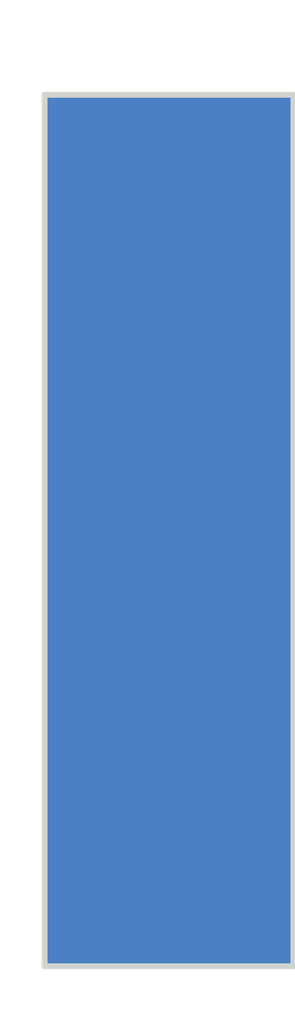
<source format=kicad_pcb>
(kicad_pcb (version 20221018) (generator pcbnew)
  (layers (0 "F.Cu" signal) (31 "B.Cu" signal) (34 "B.Paste" user) (35 "F.Paste" user) (36 "B.SilkS" user "B.Silkscreen") (37 "F.SilkS" user "F.Silkscreen") (38 "B.Mask" user) (39 "F.Mask" user) (44 "Edge.Cuts" user))
  (net 0 "")
  (footprint "footprints:Simulation_Port" (layer "F.Cu") (at 144.1 84.25 180)
    (fp_text reference "SP2")
    (fp_text value "Simulation_Port" hide)
  )
  (footprint "footprints:Simulation_Port" (layer "F.Cu") (at 142.525 97.85)
    (fp_text reference "SP1")
    (fp_text value "Simulation_Port" hide)
  )
  (gr_rect (start 141.7 84) (end 145.9 98.7) (stroke (width 0.1)) (fill none) (layer "Edge.Cuts"))
  (segment (start 143.67 94.62) (end 143.69 94.6) (width 0.2) (layer "F.Cu") (net 0))
  (segment (start 144.22 86.09) (end 144.77 86.09) (width 0.2) (layer "F.Cu") (net 0))
  (segment (start 143.44 94.06) (end 143.2 94.3) (width 0.2) (layer "F.Cu") (net 0))
  (segment (start 144.25 93.4) (end 143.95 93.4) (width 0.2) (layer "F.Cu") (net 0))
  (segment (start 143.82 93.53) (end 143.82 93.73) (width 0.2) (layer "F.Cu") (net 0))
  (segment (start 143.97 90.44) (end 143.97 90.54) (width 0.2) (layer "F.Cu") (net 0))
  (segment (start 143.82 93.73) (end 144.1 94.01) (width 0.2) (layer "F.Cu") (net 0))
  (segment (start 144.07 84.74) (end 144.47 85.14) (width 0.2) (layer "F.Cu") (net 0))
  (segment (start 144.47 88.64) (end 144.47 88.74) (width 0.2) (layer "F.Cu") (net 0))
  (segment (start 144.47 93.18) (end 144.25 93.4) (width 0.2) (layer "F.Cu") (net 0))
  (segment (start 143.95 93.4) (end 143.82 93.53) (width 0.2) (layer "F.Cu") (net 0))
  (segment (start 142.51 96.24) (end 142.51 97.7) (width 0.2) (layer "F.Cu") (net 0))
  (segment (start 144.1 94.92) (end 143.88 95.14) (width 0.2) (layer "F.Cu") (net 0))
  (segment (start 144.47 89.84) (end 144.47 89.94) (width 0.2) (layer "F.Cu") (net 0))
  (segment (start 144.47 91.04) (end 144.47 91.14) (width 0.2) (layer "F.Cu") (net 0))
  (segment (start 144.77 86.69) (end 144.22 86.69) (width 0.2) (layer "F.Cu") (net 0))
  (segment (start 142.94 95.81) (end 142.51 96.24) (width 0.2) (layer "F.Cu") (net 0))
  (segment (start 143.97 89.24) (end 143.97 89.34) (width 0.2) (layer "F.Cu") (net 0))
  (segment (start 143.67 95.05) (end 143.67 94.62) (width 0.2) (layer "F.Cu") (net 0))
  (segment (start 144.57 91.915) (end 144.57 92.415) (width 0.2) (layer "F.Cu") (net 0))
  (segment (start 143.2 95.68) (end 143.07 95.81) (width 0.2) (layer "F.Cu") (net 0))
  (segment (start 143.97 86.94) (end 143.97 87.04) (width 0.2) (layer "F.Cu") (net 0))
  (segment (start 143.76 95.14) (end 143.67 95.05) (width 0.2) (layer "F.Cu") (net 0))
  (segment (start 143.69 94.6) (end 143.69 94.2) (width 0.2) (layer "F.Cu") (net 0))
  (segment (start 144.47 92.515) (end 144.47 93.18) (width 0.2) (layer "F.Cu") (net 0))
  (segment (start 144.22 91.39) (end 144.22 91.74) (width 0.2) (layer "F.Cu") (net 0))
  (segment (start 143.69 94.2) (end 143.55 94.06) (width 0.2) (layer "F.Cu") (net 0))
  (segment (start 144.47 85.14) (end 144.47 85.24) (width 0.2) (layer "F.Cu") (net 0))
  (segment (start 144.1 94.01) (end 144.1 94.92) (width 0.2) (layer "F.Cu") (net 0))
  (segment (start 143.55 94.06) (end 143.44 94.06) (width 0.2) (layer "F.Cu") (net 0))
  (segment (start 144.345 91.865) (end 144.52 91.865) (width 0.2) (layer "F.Cu") (net 0))
  (segment (start 143.97 85.74) (end 143.97 85.84) (width 0.2) (layer "F.Cu") (net 0))
  (segment (start 143.07 95.81) (end 142.94 95.81) (width 0.2) (layer "F.Cu") (net 0))
  (segment (start 143.2 94.3) (end 143.2 95.68) (width 0.2) (layer "F.Cu") (net 0))
  (segment (start 143.88 95.14) (end 143.76 95.14) (width 0.2) (layer "F.Cu") (net 0))
  (segment (start 143.97 88.04) (end 143.97 88.14) (width 0.2) (layer "F.Cu") (net 0))
  (arc (start 144.77 86.09) (mid 144.982132 86.177868) (end 145.07 86.39) (width 0.2) (layer "F.Cu") (net 0))
  (arc (start 144.22 89.59) (mid 144.396777 89.663223) (end 144.47 89.84) (width 0.2) (layer "F.Cu") (net 0))
  (arc (start 143.97 87.04) (mid 144.043223 87.216777) (end 144.22 87.29) (width 0.2) (layer "F.Cu") (net 0))
  (arc (start 144.22 90.19) (mid 144.043223 90.263223) (end 143.97 90.44) (width 0.2) (layer "F.Cu") (net 0))
  (arc (start 144.57 92.415) (mid 144.555355 92.450355) (end 144.52 92.465) (width 0.2) (layer "F.Cu") (net 0))
  (arc (start 144.22 86.69) (mid 144.043223 86.763223) (end 143.97 86.94) (width 0.2) (layer "F.Cu") (net 0))
  (arc (start 144.22 90.79) (mid 144.396777 90.863223) (end 144.47 91.04) (width 0.2) (layer "F.Cu") (net 0))
  (arc (start 144.47 89.94) (mid 144.396777 90.116777) (end 144.22 90.19) (width 0.2) (layer "F.Cu") (net 0))
  (arc (start 143.97 88.14) (mid 144.043223 88.316777) (end 144.22 88.39) (width 0.2) (layer "F.Cu") (net 0))
  (arc (start 144.345 91.265) (mid 144.256612 91.301612) (end 144.22 91.39) (width 0.2) (layer "F.Cu") (net 0))
  (arc (start 144.22 88.99) (mid 144.043223 89.063223) (end 143.97 89.24) (width 0.2) (layer "F.Cu") (net 0))
  (arc (start 144.22 87.79) (mid 144.043223 87.863223) (end 143.97 88.04) (width 0.2) (layer "F.Cu") (net 0))
  (arc (start 144.22 85.49) (mid 144.043223 85.563223) (end 143.97 85.74) (width 0.2) (layer "F.Cu") (net 0))
  (arc (start 144.47 88.74) (mid 144.396777 88.916777) (end 144.22 88.99) (width 0.2) (layer "F.Cu") (net 0))
  (arc (start 144.47 87.54) (mid 144.396777 87.716777) (end 144.22 87.79) (width 0.2) (layer "F.Cu") (net 0))
  (arc (start 144.22 87.29) (mid 144.396777 87.363223) (end 144.47 87.54) (width 0.2) (layer "F.Cu") (net 0))
  (arc (start 144.47 91.14) (mid 144.433388 91.228388) (end 144.345 91.265) (width 0.2) (layer "F.Cu") (net 0))
  (arc (start 143.97 85.84) (mid 144.043223 86.016777) (end 144.22 86.09) (width 0.2) (layer "F.Cu") (net 0))
  (arc (start 145.07 86.39) (mid 144.982132 86.602132) (end 144.77 86.69) (width 0.2) (layer "F.Cu") (net 0))
  (arc (start 143.97 90.54) (mid 144.043223 90.716777) (end 144.22 90.79) (width 0.2) (layer "F.Cu") (net 0))
  (arc (start 144.52 91.865) (mid 144.555355 91.879645) (end 144.57 91.915) (width 0.2) (layer "F.Cu") (net 0))
  (arc (start 143.97 89.34) (mid 144.043223 89.516777) (end 144.22 89.59) (width 0.2) (layer "F.Cu") (net 0))
  (arc (start 144.22 91.74) (mid 144.256612 91.828388) (end 144.345 91.865) (width 0.2) (layer "F.Cu") (net 0))
  (arc (start 144.52 92.465) (mid 144.484645 92.479645) (end 144.47 92.515) (width 0.2) (layer "F.Cu") (net 0))
  (arc (start 144.47 85.24) (mid 144.396777 85.416777) (end 144.22 85.49) (width 0.2) (layer "F.Cu") (net 0))
  (arc (start 144.22 88.39) (mid 144.396777 88.463223) (end 144.47 88.64) (width 0.2) (layer "F.Cu") (net 0))
  (zone (net 0) (net_name "") (layer "B.Cu") (connect_pads (clearance 0.5)) (min_thickness 0.25) (fill yes (thermal_gap 0.5) (thermal_bridge_width 0.5) (island_removal_mode 1) (island_area_min 10))
    (polygon (pts (xy 141.7 84) (xy 145.9 84) (xy 145.9 98.7) (xy 141.7 98.7)))
  )
)
</source>
